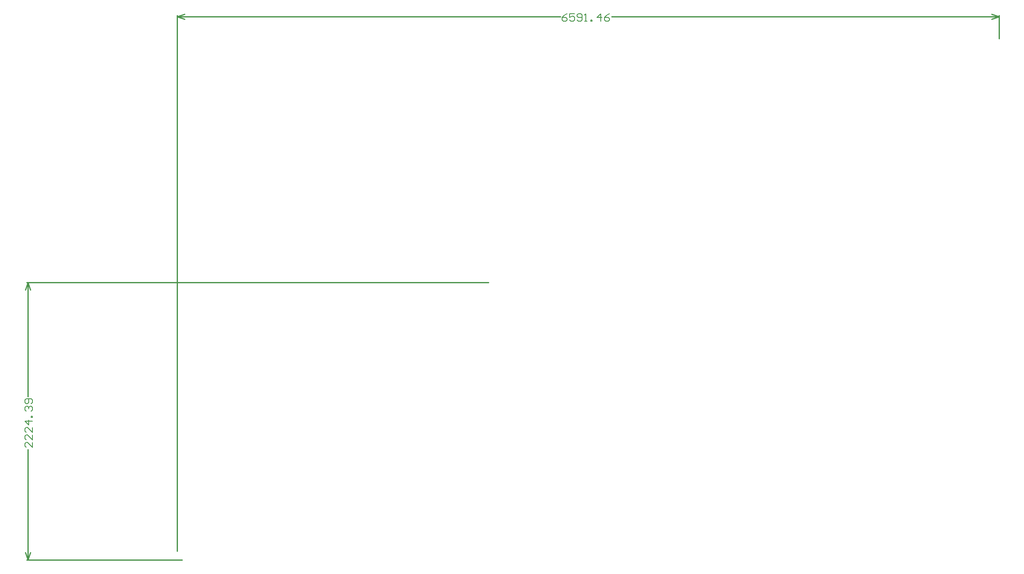
<source format=gbr>
G04*
G04 #@! TF.GenerationSoftware,Altium Limited,Altium Designer,24.1.2 (44)*
G04*
G04 Layer_Color=16711935*
%FSLAX25Y25*%
%MOIN*%
G70*
G04*
G04 #@! TF.SameCoordinates,59DD8EBB-DCD7-4209-94D2-A0ED0100978B*
G04*
G04*
G04 #@! TF.FilePolarity,Positive*
G04*
G01*
G75*
%ADD13C,0.01000*%
%ADD92C,0.00600*%
D13*
X-147638Y-174550D02*
X-145638Y-180550D01*
X-149638D02*
X-147638Y-174550D01*
X-149638Y-390990D02*
X-147638Y-396990D01*
X-145638Y-390990D01*
X-147638Y-266276D02*
Y-174550D01*
Y-396990D02*
Y-308464D01*
X-148638Y-174550D02*
X221862D01*
X-148638Y-396990D02*
X-24043D01*
X-28043Y38737D02*
X-22043Y40737D01*
X-28043Y38737D02*
X-22043Y36737D01*
X625102D02*
X631102Y38737D01*
X625102Y40737D02*
X631102Y38737D01*
X-28043D02*
X279336D01*
X320523D02*
X631102D01*
X-28043Y-389990D02*
Y39737D01*
X631102Y21260D02*
Y39737D01*
D92*
X-144039Y-302865D02*
Y-306864D01*
X-148038Y-302865D01*
X-149037D01*
X-150037Y-303865D01*
Y-305864D01*
X-149037Y-306864D01*
X-144039Y-296867D02*
Y-300866D01*
X-148038Y-296867D01*
X-149037D01*
X-150037Y-297867D01*
Y-299866D01*
X-149037Y-300866D01*
X-144039Y-290869D02*
Y-294867D01*
X-148038Y-290869D01*
X-149037D01*
X-150037Y-291868D01*
Y-293868D01*
X-149037Y-294867D01*
X-144039Y-285870D02*
X-150037D01*
X-147038Y-288870D01*
Y-284871D01*
X-144039Y-282871D02*
X-145038D01*
Y-281872D01*
X-144039D01*
Y-282871D01*
X-149037Y-277873D02*
X-150037Y-276873D01*
Y-274874D01*
X-149037Y-273874D01*
X-148038D01*
X-147038Y-274874D01*
Y-275874D01*
Y-274874D01*
X-146038Y-273874D01*
X-145038D01*
X-144039Y-274874D01*
Y-276873D01*
X-145038Y-277873D01*
Y-271875D02*
X-144039Y-270875D01*
Y-268876D01*
X-145038Y-267876D01*
X-149037D01*
X-150037Y-268876D01*
Y-270875D01*
X-149037Y-271875D01*
X-148038D01*
X-147038Y-270875D01*
Y-267876D01*
X284934Y41136D02*
X282935Y40137D01*
X280936Y38137D01*
Y36138D01*
X281935Y35138D01*
X283935D01*
X284934Y36138D01*
Y37137D01*
X283935Y38137D01*
X280936D01*
X290932Y41136D02*
X286934D01*
Y38137D01*
X288933Y39137D01*
X289933D01*
X290932Y38137D01*
Y36138D01*
X289933Y35138D01*
X287933D01*
X286934Y36138D01*
X292932D02*
X293932Y35138D01*
X295931D01*
X296931Y36138D01*
Y40137D01*
X295931Y41136D01*
X293932D01*
X292932Y40137D01*
Y39137D01*
X293932Y38137D01*
X296931D01*
X298930Y35138D02*
X300929D01*
X299930D01*
Y41136D01*
X298930Y40137D01*
X303928Y35138D02*
Y36138D01*
X304928D01*
Y35138D01*
X303928D01*
X311926D02*
Y41136D01*
X308927Y38137D01*
X312925D01*
X318923Y41136D02*
X316924Y40137D01*
X314925Y38137D01*
Y36138D01*
X315924Y35138D01*
X317924D01*
X318923Y36138D01*
Y37137D01*
X317924Y38137D01*
X314925D01*
M02*

</source>
